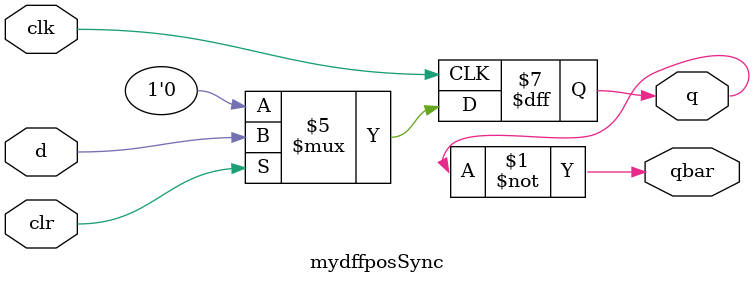
<source format=v>

module mydffposSync(input d, clk, clr, output qbar, output reg q);
	assign qbar = ~q;
	always @(posedge clk) //sync clear
	begin
		if(!clr) q<=0;
		else q<=d;
	end 
endmodule

</source>
